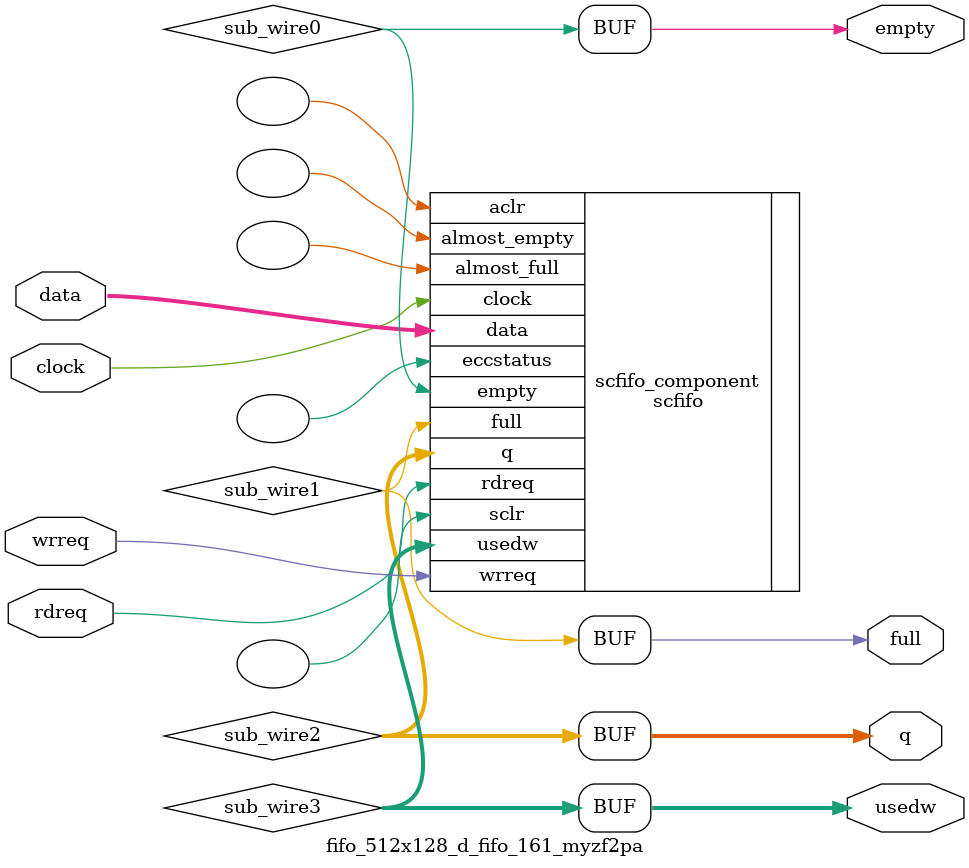
<source format=v>



`timescale 1 ps / 1 ps
// synopsys translate_on
module  fifo_512x128_d_fifo_161_myzf2pa  (
    clock,
    data,
    rdreq,
    wrreq,
    empty,
    full,
    q,
    usedw);

    input    clock;
    input  [127:0]  data;
    input    rdreq;
    input    wrreq;
    output   empty;
    output   full;
    output [127:0]  q;
    output [8:0]  usedw;

    wire  sub_wire0;
    wire  sub_wire1;
    wire [127:0] sub_wire2;
    wire [8:0] sub_wire3;
    wire  empty = sub_wire0;
    wire  full = sub_wire1;
    wire [127:0] q = sub_wire2[127:0];
    wire [8:0] usedw = sub_wire3[8:0];

    scfifo  scfifo_component (
                .clock (clock),
                .data (data),
                .rdreq (rdreq),
                .wrreq (wrreq),
                .empty (sub_wire0),
                .full (sub_wire1),
                .q (sub_wire2),
                .usedw (sub_wire3),
                .aclr (),
                .almost_empty (),
                .almost_full (),
                .eccstatus (),
                .sclr ());
    defparam
        scfifo_component.add_ram_output_register  = "OFF",
        scfifo_component.enable_ecc  = "FALSE",
        scfifo_component.intended_device_family  = "Arria 10",
        scfifo_component.lpm_numwords  = 512,
        scfifo_component.lpm_showahead  = "ON",
        scfifo_component.lpm_type  = "scfifo",
        scfifo_component.lpm_width  = 128,
        scfifo_component.lpm_widthu  = 9,
        scfifo_component.overflow_checking  = "ON",
        scfifo_component.underflow_checking  = "ON",
        scfifo_component.use_eab  = "ON";


endmodule



</source>
